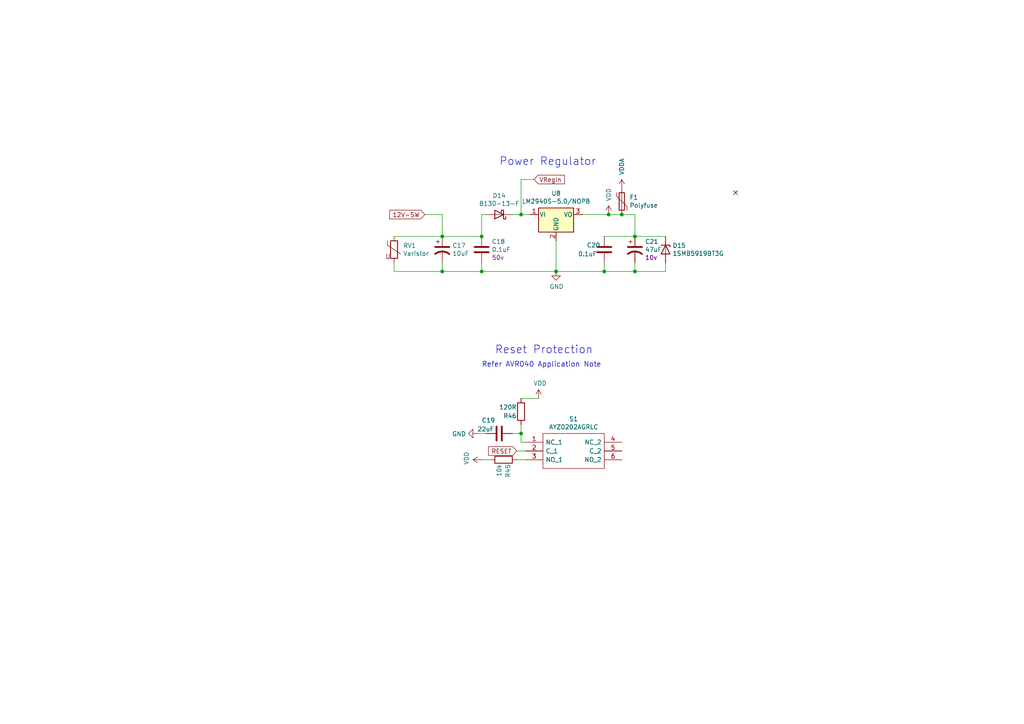
<source format=kicad_sch>
(kicad_sch (version 20210621) (generator eeschema)
  (paper "A4")
  (lib_symbols
    (symbol "Device:C" (pin_numbers hide) (pin_names (offset 0.254))
      (property "Reference" "C" (at 0.635 2.54 0))
      (property "Value" "C" (at 0.635 -2.54 0))
      (symbol "C_0_1"
        (polyline (pts (xy -2.032 -0.762) (xy 2.032 -0.762)) (stroke (width 0.508)))
        (polyline (pts (xy -2.032 0.762) (xy 2.032 0.762)) (stroke (width 0.508)))
      )
      (symbol "C_1_1"
        (pin passive line (at 0 3.81 270) (length 2.794) (name "~") (number "1"))
        (pin passive line (at 0 -3.81 90) (length 2.794) (name "~") (number "2"))
      )
    )
    (symbol "Device:CP1" (pin_numbers hide) (pin_names (offset 0.254) hide)
      (property "Reference" "C" (at 0.635 2.54 0))
      (property "Value" "Device_CP1" (at 0.635 -2.54 0))
      (symbol "CP1_0_1"
        (polyline (pts (xy -2.032 0.762) (xy 2.032 0.762)) (stroke (width 0.508)))
        (polyline (pts (xy -1.778 2.286) (xy -0.762 2.286)))
        (polyline (pts (xy -1.27 1.778) (xy -1.27 2.794)))
        (arc (start 2.032 -1.27) (mid 0 -0.5572) (end -2.032 -1.27) (stroke (width 0.508)))
      )
      (symbol "CP1_1_1"
        (pin passive line (at 0 3.81 270) (length 2.794) (name "~") (number "1"))
        (pin passive line (at 0 -3.81 90) (length 3.302) (name "~") (number "2"))
      )
    )
    (symbol "Device:D_Schottky" (pin_numbers hide) (pin_names (offset 1.016) hide)
      (property "Reference" "D" (at 0 2.54 0))
      (property "Value" "D_Schottky" (at 0 -2.54 0))
      (symbol "D_Schottky_0_1"
        (polyline (pts (xy 1.27 0) (xy -1.27 0)))
        (polyline (pts (xy 1.27 1.27) (xy 1.27 -1.27) (xy -1.27 0) (xy 1.27 1.27)) (stroke (width 0.254)))
        (polyline (pts (xy -1.905 0.635) (xy -1.905 1.27) (xy -1.27 1.27) (xy -1.27 -1.27) (xy -0.635 -1.27) (xy -0.635 -0.635)) (stroke (width 0.254)))
      )
      (symbol "D_Schottky_1_1"
        (pin passive line (at -3.81 0 0) (length 2.54) (name "K") (number "1"))
        (pin passive line (at 3.81 0 180) (length 2.54) (name "A") (number "2"))
      )
    )
    (symbol "Device:D_Zener" (pin_numbers hide) (pin_names (offset 1.016) hide)
      (property "Reference" "D" (at 0 2.54 0))
      (property "Value" "D_Zener" (at 0 -2.54 0))
      (symbol "D_Zener_0_1"
        (polyline (pts (xy 1.27 0) (xy -1.27 0)))
        (polyline (pts (xy -1.27 -1.27) (xy -1.27 1.27) (xy -0.762 1.27)) (stroke (width 0.254)))
        (polyline (pts (xy 1.27 -1.27) (xy 1.27 1.27) (xy -1.27 0) (xy 1.27 -1.27)) (stroke (width 0.254)))
      )
      (symbol "D_Zener_1_1"
        (pin passive line (at -3.81 0 0) (length 2.54) (name "K") (number "1"))
        (pin passive line (at 3.81 0 180) (length 2.54) (name "A") (number "2"))
      )
    )
    (symbol "Device:Polyfuse" (pin_numbers hide) (pin_names (offset 0))
      (property "Reference" "F" (at -2.54 0 90))
      (property "Value" "Polyfuse" (at 2.54 0 90))
      (symbol "Polyfuse_0_1"
        (rectangle (start -0.762 2.54) (end 0.762 -2.54) (stroke (width 0.254)))
        (polyline (pts (xy 0 2.54) (xy 0 -2.54)))
        (polyline (pts (xy -1.524 2.54) (xy -1.524 1.524) (xy 1.524 -1.524) (xy 1.524 -2.54)))
      )
      (symbol "Polyfuse_1_1"
        (pin passive line (at 0 3.81 270) (length 1.27) (name "~") (number "1"))
        (pin passive line (at 0 -3.81 90) (length 1.27) (name "~") (number "2"))
      )
    )
    (symbol "Device:R" (pin_numbers hide) (pin_names (offset 0))
      (property "Reference" "R" (at 2.032 0 90))
      (property "Value" "R" (at 0 0 90))
      (symbol "R_0_1"
        (rectangle (start -1.016 -2.54) (end 1.016 2.54) (stroke (width 0.254)))
      )
      (symbol "R_1_1"
        (pin passive line (at 0 3.81 270) (length 1.27) (name "~") (number "1"))
        (pin passive line (at 0 -3.81 90) (length 1.27) (name "~") (number "2"))
      )
    )
    (symbol "Device:Varistor" (pin_numbers hide) (pin_names (offset 0))
      (property "Reference" "RV" (at 3.175 0 90))
      (property "Value" "Varistor" (at -3.175 0 90))
      (symbol "Varistor_0_0"
        (text "U" (at -1.778 -2.032 0) (effects (font (size 1.27 1.27))))
      )
      (symbol "Varistor_0_1"
        (rectangle (start -1.016 -2.54) (end 1.016 2.54) (stroke (width 0.254)))
        (polyline (pts (xy -1.905 2.54) (xy -1.905 1.27) (xy 1.905 -1.27)))
      )
      (symbol "Varistor_1_1"
        (pin passive line (at 0 3.81 270) (length 1.27) (name "~") (number "1"))
        (pin passive line (at 0 -3.81 90) (length 1.27) (name "~") (number "2"))
      )
    )
    (symbol "Misc:AYZ0202AGRLC" (pin_names (offset 0.762))
      (property "Reference" "S" (at 24.13 7.62 0))
      (property "Value" "Misc_AYZ0202AGRLC" (at 24.13 5.08 0))
      (symbol "AYZ0202AGRLC_0_0"
        (pin bidirectional line (at 0 0 0) (length 5.08) (name "NC_1") (number "1"))
        (pin bidirectional line (at 0 -2.54 0) (length 5.08) (name "C_1") (number "2"))
        (pin bidirectional line (at 0 -5.08 0) (length 5.08) (name "NO_1") (number "3"))
        (pin bidirectional line (at 27.94 0 180) (length 5.08) (name "NC_2") (number "4"))
        (pin bidirectional line (at 27.94 -2.54 180) (length 5.08) (name "C_2") (number "5"))
        (pin bidirectional line (at 27.94 -5.08 180) (length 5.08) (name "NO_2") (number "6"))
      )
      (symbol "AYZ0202AGRLC_0_1"
        (polyline (pts (xy 5.08 2.54) (xy 22.86 2.54) (xy 22.86 -7.62) (xy 5.08 -7.62) (xy 5.08 2.54)) (stroke (width 0.1524)))
      )
    )
    (symbol "Regulator_Linear:LM2937xS" (pin_names (offset 0.254))
      (property "Reference" "U" (at -3.81 3.175 0))
      (property "Value" "LM2937xS" (at 0 3.175 0))
      (symbol "LM2937xS_0_1"
        (rectangle (start -5.08 -5.08) (end 5.08 1.905) (stroke (width 0.254)) (fill (type background)))
      )
      (symbol "LM2937xS_1_1"
        (pin power_in line (at -7.62 0 0) (length 2.54) (name "VI") (number "1"))
        (pin power_in line (at 0 -7.62 90) (length 2.54) (name "GND") (number "2"))
        (pin power_out line (at 7.62 0 180) (length 2.54) (name "VO") (number "3"))
      )
    )
    (symbol "power:GND" (power) (pin_names (offset 0))
      (property "Value" "GND" (at 0 -3.81 0))
      (symbol "GND_0_1"
        (polyline (pts (xy 0 0) (xy 0 -1.27) (xy 1.27 -1.27) (xy 0 -2.54) (xy -1.27 -1.27) (xy 0 -1.27)))
      )
      (symbol "GND_1_1"
        (pin power_in line (at 0 0 270) (length 0) hide (name "GND") (number "1"))
      )
    )
    (symbol "power:VDD" (power) (pin_names (offset 0))
      (property "Value" "VDD" (at 0 3.81 0))
      (symbol "VDD_0_1"
        (polyline (pts (xy -0.762 1.27) (xy 0 2.54)))
        (polyline (pts (xy 0 0) (xy 0 2.54)))
        (polyline (pts (xy 0 2.54) (xy 0.762 1.27)))
      )
      (symbol "VDD_1_1"
        (pin power_in line (at 0 0 90) (length 0) hide (name "VDD") (number "1"))
      )
    )
    (symbol "power:VDDA" (power) (pin_names (offset 0))
      (property "Value" "VDDA" (at 0 3.81 0))
      (symbol "VDDA_0_1"
        (polyline (pts (xy -0.762 1.27) (xy 0 2.54)))
        (polyline (pts (xy 0 0) (xy 0 2.54)))
        (polyline (pts (xy 0 2.54) (xy 0.762 1.27)))
      )
      (symbol "VDDA_1_1"
        (pin power_in line (at 0 0 90) (length 0) hide (name "VDDA") (number "1"))
      )
    )
  )
  (junction (at 128.27 78.74))
  (junction (at 184.15 68.58))
  (junction (at 128.27 68.58))
  (junction (at 151.13 62.23))
  (junction (at 184.15 78.74))
  (junction (at 161.29 78.74))
  (junction (at 151.13 125.73))
  (junction (at 139.7 78.74))
  (junction (at 176.53 62.23))
  (junction (at 139.7 68.58))
  (junction (at 175.26 78.74))
  (junction (at 180.34 62.23))
  (no_connect (at 213.36 55.88))
  (wire (pts (xy 176.53 62.23) (xy 180.34 62.23)))
  (wire (pts (xy 148.59 125.73) (xy 151.13 125.73)))
  (wire (pts (xy 184.15 78.74) (xy 175.26 78.74)))
  (wire (pts (xy 193.04 78.74) (xy 184.15 78.74)))
  (wire (pts (xy 128.27 76.2) (xy 128.27 78.74)))
  (wire (pts (xy 128.27 62.23) (xy 128.27 68.58)))
  (wire (pts (xy 151.13 52.07) (xy 151.13 62.23)))
  (wire (pts (xy 184.15 62.23) (xy 184.15 68.58)))
  (wire (pts (xy 153.67 62.23) (xy 151.13 62.23)))
  (wire (pts (xy 154.94 52.07) (xy 151.13 52.07)))
  (wire (pts (xy 168.91 62.23) (xy 176.53 62.23)))
  (wire (pts (xy 193.04 76.2) (xy 193.04 78.74)))
  (wire (pts (xy 151.13 128.27) (xy 152.4 128.27)))
  (wire (pts (xy 139.7 76.2) (xy 139.7 78.74)))
  (wire (pts (xy 161.29 69.85) (xy 161.29 78.74)))
  (wire (pts (xy 128.27 78.74) (xy 139.7 78.74)))
  (wire (pts (xy 175.26 76.2) (xy 175.26 78.74)))
  (wire (pts (xy 151.13 125.73) (xy 151.13 123.19)))
  (wire (pts (xy 151.13 128.27) (xy 151.13 125.73)))
  (wire (pts (xy 193.04 68.58) (xy 184.15 68.58)))
  (wire (pts (xy 151.13 62.23) (xy 148.59 62.23)))
  (wire (pts (xy 114.3 68.58) (xy 128.27 68.58)))
  (wire (pts (xy 114.3 78.74) (xy 128.27 78.74)))
  (wire (pts (xy 180.34 62.23) (xy 184.15 62.23)))
  (wire (pts (xy 139.7 78.74) (xy 161.29 78.74)))
  (wire (pts (xy 139.7 133.35) (xy 142.24 133.35)))
  (wire (pts (xy 128.27 68.58) (xy 139.7 68.58)))
  (wire (pts (xy 149.86 133.35) (xy 152.4 133.35)))
  (wire (pts (xy 175.26 78.74) (xy 161.29 78.74)))
  (wire (pts (xy 114.3 76.2) (xy 114.3 78.74)))
  (wire (pts (xy 149.86 130.81) (xy 152.4 130.81)))
  (wire (pts (xy 139.7 62.23) (xy 140.97 62.23)))
  (wire (pts (xy 151.13 115.57) (xy 156.21 115.57)))
  (wire (pts (xy 175.26 68.58) (xy 184.15 68.58)))
  (wire (pts (xy 184.15 76.2) (xy 184.15 78.74)))
  (wire (pts (xy 123.19 62.23) (xy 128.27 62.23)))
  (wire (pts (xy 139.7 68.58) (xy 139.7 62.23)))
  (wire (pts (xy 138.43 125.73) (xy 140.97 125.73)))
  (text "Refer AVR040 Application Note" (at 139.7 106.68 0) (effects (font (size 1.4732 1.4732)) (justify left bottom)))
  (text "Power Regulator" (at 144.78 48.26 0) (effects (font (size 2.2606 2.2606)) (justify left bottom)))
  (text "Reset Protection" (at 143.51 102.87 0) (effects (font (size 2.2606 2.2606)) (justify left bottom)))
  (global_label "VRegIn" (shape input) (at 154.94 52.07 0) (property "Intersheet References" "${INTERSHEET_REFS}" (effects hide)))
  (global_label "RESET" (shape input) (at 149.86 130.81 180) (property "Intersheet References" "${INTERSHEET_REFS}" (effects hide)))
  (global_label "12V-SW" (shape input) (at 123.19 62.23 180) (property "Intersheet References" "${INTERSHEET_REFS}" (effects hide)))
  (symbol (lib_id "Device:Varistor") (at 114.3 72.39 0) (unit 1)
    (property "Reference" "RV1" (at 116.9162 71.2216 0) (effects (justify left)))
    (property "Value" "Varistor" (at 116.9162 73.533 0) (effects (justify left)))
    (property "Footprint" "Varistor:RV_Disc_D15.5mm_W4.7mm_P7.5mm" (effects hide))
    (property "Digikey Part Number" "MOV-14D220K-ND" (effects hide))
    (property "Manufacturer_Name" "Bournes Inc" (effects hide))
    (property "Manufacturer_Part_Number" "MOV-14D220K" (effects hide))
    (property "URL" "https://www.digikey.com.au/product-detail/en/bourns-inc/MOV-14D220K/MOV-14D220K-ND/2799109" (effects hide))
  )
  (symbol (lib_id "Device:C") (at 139.7 72.39 0) (unit 1)
    (property "Reference" "C18" (at 142.621 70.0786 0) (effects (justify left)))
    (property "Value" "0.1uF" (at 142.621 72.39 0) (effects (justify left)))
    (property "Footprint" "Capacitor_SMD:C_0805_2012Metric" (effects hide))
    (property "Voltage" "50v" (at 142.621 74.7014 0) (effects (justify left)))
    (property "Digikey Part Number" "311-1140-1-ND" (effects hide))
    (property "Manufacturer_Name" "Yageo" (effects hide))
    (property "Manufacturer_Part_Number" "CC0805KRX7R9BB104" (effects hide))
    (property "URL" "https://www.digikey.com.au/product-detail/en/yageo/CC0805KRX7R9BB104/311-1140-1-ND/303050" (effects hide))
  )
  (symbol (lib_id "Device:CP1") (at 128.27 72.39 0) (unit 1)
    (property "Reference" "C17" (at 131.191 71.2216 0) (effects (justify left)))
    (property "Value" "10uF" (at 131.191 73.533 0) (effects (justify left)))
    (property "Footprint" "Capacitor_Tantalum_SMD:CP_EIA-7343-31_Kemet-D" (effects hide))
    (property "Voltage" "35v" (effects hide))
    (property "Digikey Part Number" "399-8361-1-ND" (effects hide))
    (property "Manufacturer_Name" "Kemet" (effects hide))
    (property "Manufacturer_Part_Number" "T491D106K050AT" (effects hide))
    (property "URL" "https://www.digikey.com/product-detail/en/kemet/T491D106K050AT/399-8361-1-ND/3472084" (effects hide))
  )
  (symbol (lib_id "Device:D_Schottky") (at 144.78 62.23 180) (unit 1)
    (property "Reference" "D14" (at 144.78 56.7436 0))
    (property "Value" "B130-13-F" (at 144.78 59.055 0))
    (property "Footprint" "Diode_SMD:D_SMA" (effects hide))
    (property "Datasheet" "https://www.mouser.com/datasheet/2/115/ds13002-60388.pdf" (effects hide))
    (property "Digikey Part Number" "B130-FDICT-ND" (effects hide))
    (property "Manufacturer_Name" "Diodes Inc" (effects hide))
    (property "Manufacturer_Part_Number" "B130-13-F" (effects hide))
    (property "URL" "https://www.digikey.com.au/product-detail/en/diodes-incorporated/B130-13-F/B130-FDICT-ND/815318" (effects hide))
  )
  (symbol (lib_id "power:VDD") (at 176.53 62.23 0) (unit 1)
    (property "Reference" "#PWR047" (effects hide))
    (property "Value" "VDD" (at 176.53 58.42 90) (effects (justify left)))
  )
  (symbol (lib_id "Device:C") (at 175.26 72.39 0) (unit 1)
    (property "Reference" "C20" (at 170.18 71.12 0) (effects (justify left)))
    (property "Value" "0.1uF" (at 167.64 73.66 0) (effects (justify left)))
    (property "Footprint" "Capacitor_SMD:C_0805_2012Metric" (effects hide))
    (property "Digikey Part Number" "311-1140-1-ND" (effects hide))
    (property "Manufacturer_Name" "Yageo" (effects hide))
    (property "Manufacturer_Part_Number" "CC0805KRX7R9BB104" (effects hide))
    (property "URL" "https://www.digikey.com.au/product-detail/en/yageo/CC0805KRX7R9BB104/311-1140-1-ND/303050" (effects hide))
  )
  (symbol (lib_id "Device:CP1") (at 184.15 72.39 0) (unit 1)
    (property "Reference" "C21" (at 187.071 70.0786 0) (effects (justify left)))
    (property "Value" "47uF" (at 187.071 72.39 0) (effects (justify left)))
    (property "Footprint" "Capacitor_Tantalum_SMD:CP_EIA-3528-21_Kemet-B" (effects hide))
    (property "Voltage" "10v" (at 187.071 74.7014 0) (effects (justify left)))
    (property "Digikey Part Number" "478-1692-1-ND" (effects hide))
    (property "Manufacturer_Name" "AVX" (effects hide))
    (property "Manufacturer_Part_Number" "TAJB476K006RNJ" (effects hide))
    (property "URL" "https://www.digikey.com/product-detail/en/avx-corporation/TAJB476K006RNJ/478-1692-1-ND/564724" (effects hide))
  )
  (symbol (lib_id "Device:D_Zener") (at 193.04 72.39 270)
    (property "Reference" "D15" (at 195.0466 71.2216 90) (effects (justify left)))
    (property "Value" "1SMB5919BT3G" (at 195.0466 73.533 90) (effects (justify left)))
    (property "Footprint" "Diode_SMD:D_SMB" (effects hide))
    (property "Digikey Part Number" "1SMB5919BT3GOSCT-ND " (effects hide))
    (property "Manufacturer_Name" "On Semi" (effects hide))
    (property "Manufacturer_Part_Number" "1SMB5919BT3G" (effects hide))
    (property "URL" "https://www.digikey.com.au/product-detail/en/on-semiconductor/1SMB5919BT3G/1SMB5919BT3GOSCT-ND/917722" (effects hide))
  )
  (symbol (lib_id "power:GND") (at 161.29 78.74 0) (unit 1)
    (property "Reference" "#PWR046" (effects hide))
    (property "Value" "GND" (at 161.417 83.1342 0))
  )
  (symbol (lib_id "Misc:AYZ0202AGRLC") (at 152.4 128.27 0) (unit 1)
    (property "Reference" "S1" (at 166.37 121.539 0))
    (property "Value" "AYZ0202AGRLC" (at 166.37 123.8504 0))
    (property "Footprint" "Misc:AYZ0202AGRLC" (effects hide))
    (property "Description" "AYZ0202AGRLC (Slide Switches)" (effects hide))
    (property "RS Part Number" "7931504P" (effects hide))
    (property "RS Price/Stock" "http://uk.rs-online.com/web/p/products/7931504P" (effects hide))
    (property "Manufacturer_Name" "C & K COMPONENTS" (effects hide))
    (property "Manufacturer_Part_Number" "AYZ0202AGRLC" (effects hide))
    (property "Allied_Number" "70417470" (effects hide))
    (property "Digikey Part Number" "401-2013-1-ND" (effects hide))
    (property "URL" "https://www.digikey.com.au/product-detail/en/c-k/AYZ0202AGRLC/401-2013-1-ND/1640122" (effects hide))
  )
  (symbol (lib_id "Device:R") (at 146.05 133.35 270) (unit 1)
    (property "Reference" "R45" (at 147.32 134.62 0) (effects (justify left)))
    (property "Value" "10k" (at 144.78 134.62 0) (effects (justify left)))
    (property "Footprint" "Resistor_SMD:R_0805_2012Metric" (effects hide))
    (property "Digikey Part Number" "311-10KARCT-ND" (effects hide))
    (property "Manufacturer_Name" "Yageo" (effects hide))
    (property "Manufacturer_Part_Number" "RC0805JR-0710KL" (effects hide))
    (property "URL" "https://www.digikey.com/product-detail/en/yageo/RC0805JR-0710KL/311-10KARCT-ND/731188" (effects hide))
  )
  (symbol (lib_id "power:VDD") (at 139.7 133.35 90) (unit 1)
    (property "Reference" "#PWR044" (effects hide))
    (property "Value" "VDD" (at 135.3058 132.9182 0))
  )
  (symbol (lib_id "Device:C") (at 144.78 125.73 270) (unit 1)
    (property "Reference" "C19" (at 139.7 121.92 90) (effects (justify left)))
    (property "Value" "22uF" (at 138.43 124.46 90) (effects (justify left)))
    (property "Footprint" "Capacitor_SMD:C_0805_2012Metric_Pad1.15x1.40mm_HandSolder" (effects hide))
    (property "Digikey Part Number" "1276-6687-1-ND" (effects hide))
    (property "Manufacturer_Name" "Samsung" (effects hide))
    (property "Manufacturer_Part_Number" "CL21A226KQCLRNC" (effects hide))
    (property "URL" "https://www.digikey.com.au/product-detail/en/samsung-electro-mechanics/CL21A226KQCLRNC/1276-6687-1-ND/5961546" (effects hide))
  )
  (symbol (lib_id "Device:R") (at 151.13 119.38 180) (unit 1)
    (property "Reference" "R46" (at 149.86 120.65 0) (effects (justify left)))
    (property "Value" "120R" (at 149.86 118.11 0) (effects (justify left)))
    (property "Footprint" "Resistor_SMD:R_0805_2012Metric" (effects hide))
    (property "Digikey Part Number" "311-120CRCT-ND" (effects hide))
    (property "Manufacturer_Name" "Yageo" (effects hide))
    (property "Manufacturer_Part_Number" "RC0805FR-07120RL" (effects hide))
    (property "URL" "https://www.digikey.com/product-detail/en/yageo/RC0805FR-07120RL/311-120CRCT-ND/730522" (effects hide))
  )
  (symbol (lib_id "power:VDD") (at 156.21 115.57 0) (unit 1)
    (property "Reference" "#PWR045" (effects hide))
    (property "Value" "VDD" (at 156.6418 111.1758 0))
  )
  (symbol (lib_id "power:GND") (at 138.43 125.73 270) (unit 1)
    (property "Reference" "#PWR043" (effects hide))
    (property "Value" "GND" (at 135.1788 125.857 90) (effects (justify right)))
  )
  (symbol (lib_id "Regulator_Linear:LM2937xS") (at 161.29 62.23 0) (unit 1)
    (property "Reference" "U8" (at 161.29 56.0832 0))
    (property "Value" "LM2940S-5.0/NOPB" (at 161.29 58.3946 0))
    (property "Footprint" "Package_TO_SOT_SMD:TO-263-3_TabPin2" (effects hide))
    (property "Datasheet" "http://www.ti.com/lit/ds/symlink/lm2940-n.pdf" (effects hide))
    (property "TR PN" "LM2940SX-5.0/NOPB" (effects hide))
    (property "Tube PN" "LM2940S-5.0/NOPB" (effects hide))
    (property "Digikey Part Number" "LM2940S-5.0/NOPB-ND" (effects hide))
    (property "Manufacturer_Name" "TI" (effects hide))
    (property "Manufacturer_Part_Number" "LM2940S-5.0/NOPB" (effects hide))
    (property "URL" "https://www.digikey.com.au/products/en?keywords=LM2940S-5.0%2FNOPB" (effects hide))
  )
  (symbol (lib_id "power:VDDA") (at 180.34 54.61 0) (unit 1)
    (property "Reference" "#PWR0108" (effects hide))
    (property "Value" "VDDA" (at 180.34 50.8 90) (effects (justify left)))
  )
  (symbol (lib_id "Device:Polyfuse") (at 180.34 58.42 0) (unit 1)
    (property "Reference" "F1" (at 182.5752 57.2516 0) (effects (justify left)))
    (property "Value" "Polyfuse" (at 182.5752 59.563 0) (effects (justify left)))
    (property "Footprint" "Fuse:Fuse_1812_4532Metric" (effects hide))
    (property "Digikey Part Number" "507-1361-1-ND" (effects hide))
    (property "Manufacturer_Name" "Bel Fuse" (effects hide))
    (property "Manufacturer_Part_Number" "0ZCC0050FF2C" (effects hide))
    (property "URL" "https://www.digikey.com.au/product-detail/en/bel-fuse-inc/0ZCC0050FF2C/507-1361-1-ND/1560228" (effects hide))
  )
)
</source>
